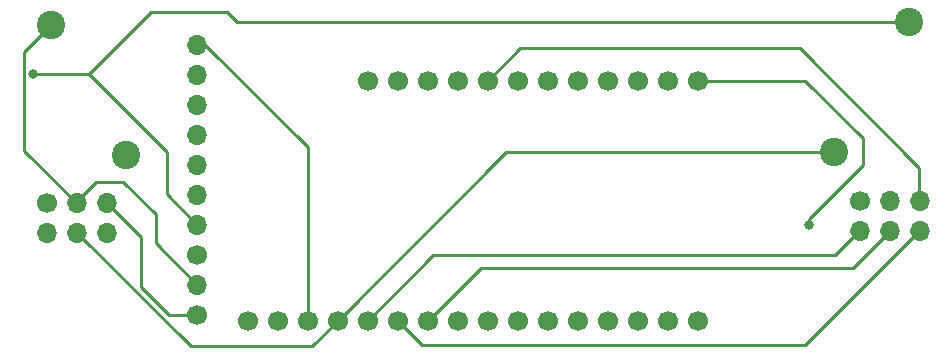
<source format=gbr>
%TF.GenerationSoftware,KiCad,Pcbnew,(7.0.0)*%
%TF.CreationDate,2023-03-18T03:14:20-07:00*%
%TF.ProjectId,Voltage_Sensor_Timer,566f6c74-6167-4655-9f53-656e736f725f,0*%
%TF.SameCoordinates,Original*%
%TF.FileFunction,Copper,L1,Top*%
%TF.FilePolarity,Positive*%
%FSLAX46Y46*%
G04 Gerber Fmt 4.6, Leading zero omitted, Abs format (unit mm)*
G04 Created by KiCad (PCBNEW (7.0.0)) date 2023-03-18 03:14:20*
%MOMM*%
%LPD*%
G01*
G04 APERTURE LIST*
G04 Aperture macros list*
%AMHorizOval*
0 Thick line with rounded ends*
0 $1 width*
0 $2 $3 position (X,Y) of the first rounded end (center of the circle)*
0 $4 $5 position (X,Y) of the second rounded end (center of the circle)*
0 Add line between two ends*
20,1,$1,$2,$3,$4,$5,0*
0 Add two circle primitives to create the rounded ends*
1,1,$1,$2,$3*
1,1,$1,$4,$5*%
G04 Aperture macros list end*
%TA.AperFunction,ComponentPad*%
%ADD10C,1.700000*%
%TD*%
%TA.AperFunction,ComponentPad*%
%ADD11C,2.400000*%
%TD*%
%TA.AperFunction,ComponentPad*%
%ADD12HorizOval,2.400000X0.000000X0.000000X0.000000X0.000000X0*%
%TD*%
%TA.AperFunction,ComponentPad*%
%ADD13O,1.700000X1.700000*%
%TD*%
%TA.AperFunction,ComponentPad*%
%ADD14HorizOval,2.400000X0.000000X0.000000X0.000000X0.000000X0*%
%TD*%
%TA.AperFunction,ViaPad*%
%ADD15C,0.800000*%
%TD*%
%TA.AperFunction,Conductor*%
%ADD16C,0.250000*%
%TD*%
G04 APERTURE END LIST*
D10*
%TO.P,ESP1,0,RESET*%
%TO.N,RESET*%
X132599192Y-106144732D03*
%TO.P,ESP1,1,3.3V*%
%TO.N,unconnected-(ESP1-3.3V-Pad1)*%
X135139192Y-106144732D03*
%TO.P,ESP1,2,3.3V*%
%TO.N,3.3V*%
X137679192Y-106144732D03*
%TO.P,ESP1,3,GND*%
%TO.N,GND*%
X140219192Y-106144732D03*
%TO.P,ESP1,4,A0*%
%TO.N,A0*%
X142759192Y-106144732D03*
%TO.P,ESP1,5,A1*%
%TO.N,A1*%
X145299192Y-106144732D03*
%TO.P,ESP1,6,A2*%
%TO.N,A2*%
X147839192Y-106144732D03*
%TO.P,ESP1,7,A3*%
%TO.N,A3*%
X150379192Y-106144732D03*
%TO.P,ESP1,8,A4*%
%TO.N,A4*%
X152919192Y-106144732D03*
%TO.P,ESP1,9,A5*%
%TO.N,A5*%
X155459192Y-106144732D03*
%TO.P,ESP1,10,SCK*%
%TO.N,SCK*%
X157999192Y-106144732D03*
%TO.P,ESP1,11,MOSI*%
%TO.N,MOSI*%
X160539192Y-106144732D03*
%TO.P,ESP1,12,MISO*%
%TO.N,MISO*%
X163079192Y-106144732D03*
%TO.P,ESP1,13,RX*%
%TO.N,RX*%
X165619192Y-106144732D03*
%TO.P,ESP1,14,TX*%
%TO.N,TX*%
X168159192Y-106144732D03*
%TO.P,ESP1,15,TXD0*%
%TO.N,TXDO*%
X170699192Y-106144732D03*
%TO.P,ESP1,16,VBAT*%
%TO.N,VBAT*%
X170699192Y-85824732D03*
%TO.P,ESP1,17,EN*%
%TO.N,unconnected-(ESP1-EN-Pad17)*%
X168159192Y-85824732D03*
%TO.P,ESP1,18,VBUS*%
%TO.N,unconnected-(ESP1-VBUS-Pad18)*%
X165619192Y-85824732D03*
%TO.P,ESP1,19,D13*%
%TO.N,unconnected-(ESP1-D13-Pad19)*%
X163079192Y-85824732D03*
%TO.P,ESP1,20,D12*%
%TO.N,unconnected-(ESP1-D12-Pad20)*%
X160539192Y-85824732D03*
%TO.P,ESP1,21,D11*%
%TO.N,unconnected-(ESP1-D11-Pad21)*%
X157999192Y-85824732D03*
%TO.P,ESP1,22,D10*%
%TO.N,D10*%
X155459192Y-85824732D03*
%TO.P,ESP1,23,D9*%
%TO.N,D9*%
X152919192Y-85824732D03*
%TO.P,ESP1,24,D6*%
%TO.N,D6*%
X150379192Y-85824732D03*
%TO.P,ESP1,25,D5*%
%TO.N,D5*%
X147839192Y-85824732D03*
%TO.P,ESP1,26,SCL*%
%TO.N,SCL*%
X145299192Y-85824732D03*
%TO.P,ESP1,27,SDA*%
%TO.N,SDA*%
X142759192Y-85824732D03*
%TD*%
D11*
%TO.P,R2,1*%
%TO.N,AN0*%
X188595000Y-80860739D03*
D12*
%TO.P,R2,2*%
%TO.N,GND*%
X182244999Y-91859261D03*
%TD*%
D10*
%TO.P,J2,1,Pin_1*%
%TO.N,AN3*%
X128342521Y-105641979D03*
D13*
%TO.P,J2,2,Pin_2*%
%TO.N,AN2*%
X128342520Y-103101978D03*
D10*
%TO.P,J2,3,Pin_3*%
%TO.N,AN1*%
X128342521Y-100561979D03*
D13*
%TO.P,J2,4,Pin_4*%
%TO.N,AN0*%
X128342520Y-98021978D03*
%TO.P,J2,5,Pin_5*%
%TO.N,ALRT*%
X128342520Y-95481978D03*
%TO.P,J2,6,Pin_6*%
%TO.N,ADDR*%
X128342520Y-92941978D03*
%TO.P,J2,7,Pin_7*%
%TO.N,SDA*%
X128342520Y-90401978D03*
%TO.P,J2,8,Pin_8*%
%TO.N,SCL*%
X128342520Y-87861978D03*
%TO.P,J2,9,Pin_9*%
%TO.N,GND*%
X128342520Y-85321978D03*
%TO.P,J2,10,Pin_10*%
%TO.N,3.3V*%
X128342520Y-82781978D03*
%TD*%
D10*
%TO.P,J1,1,Pin_1*%
%TO.N,AN1*%
X115585000Y-96204000D03*
D13*
%TO.P,J1,2,Pin_2*%
%TO.N,AN0*%
X115584999Y-98743999D03*
%TO.P,J1,3,Pin_3*%
%TO.N,AN2*%
X118124999Y-96203999D03*
%TO.P,J1,4,Pin_4*%
%TO.N,GND*%
X118124999Y-98743999D03*
%TO.P,J1,5,Pin_5*%
%TO.N,AN3*%
X120664999Y-96203999D03*
%TO.P,J1,6,Pin_6*%
%TO.N,VBAT*%
X120664999Y-98743999D03*
%TD*%
D10*
%TO.P,J4,1,Pin_1*%
%TO.N,D5*%
X184404000Y-96012000D03*
D13*
%TO.P,J4,2,Pin_2*%
%TO.N,A0*%
X184403999Y-98551999D03*
%TO.P,J4,3,Pin_3*%
%TO.N,D6*%
X186943999Y-96011999D03*
%TO.P,J4,4,Pin_4*%
%TO.N,A2*%
X186943999Y-98551999D03*
%TO.P,J4,5,Pin_5*%
%TO.N,D9*%
X189483999Y-96011999D03*
%TO.P,J4,6,Pin_6*%
%TO.N,A1*%
X189483999Y-98551999D03*
%TD*%
D11*
%TO.P,R3,1*%
%TO.N,AN2*%
X115951000Y-81114739D03*
D14*
%TO.P,R3,2*%
%TO.N,GND*%
X122300999Y-92113261D03*
%TD*%
D15*
%TO.N,AN0*%
X114398104Y-85257568D03*
%TO.N,VBAT*%
X180086000Y-98044000D03*
%TD*%
D16*
%TO.N,GND*%
X138085000Y-108278924D02*
X127766151Y-108278924D01*
X182245000Y-91859262D02*
X154504662Y-91859262D01*
X140219192Y-106144732D02*
X138085000Y-108278924D01*
X154504662Y-91859262D02*
X140219192Y-106144732D01*
X127766151Y-108278924D02*
X118085256Y-98598029D01*
%TO.N,AN3*%
X123579629Y-99012402D02*
X123579629Y-103256365D01*
X123579629Y-103256365D02*
X125965243Y-105641979D01*
X125965243Y-105641979D02*
X128342521Y-105641979D01*
X120625256Y-96058029D02*
X123579629Y-99012402D01*
%TO.N,AN2*%
X113673104Y-91752104D02*
X113673104Y-83392635D01*
X118125000Y-96204000D02*
X113673104Y-91752104D01*
X128342521Y-103101979D02*
X124835036Y-99594494D01*
X119786365Y-94356920D02*
X118085256Y-96058029D01*
X122073139Y-94356920D02*
X119786365Y-94356920D01*
X124835036Y-99594494D02*
X124835036Y-97118817D01*
X124835036Y-97118817D02*
X122073139Y-94356920D01*
X113673104Y-83392635D02*
X115951000Y-81114739D01*
%TO.N,AN0*%
X125730000Y-91840613D02*
X125730000Y-95409458D01*
X124394523Y-80010000D02*
X130810000Y-80010000D01*
X125730000Y-95409458D02*
X128342521Y-98021979D01*
X131660739Y-80860739D02*
X188595000Y-80860739D01*
X119146955Y-85257568D02*
X124394523Y-80010000D01*
X130810000Y-80010000D02*
X131660739Y-80860739D01*
X114398104Y-85257568D02*
X119146955Y-85257568D01*
X119146955Y-85257568D02*
X125730000Y-91840613D01*
%TO.N,A0*%
X182357000Y-100584000D02*
X148319924Y-100584000D01*
X184389000Y-98552000D02*
X182357000Y-100584000D01*
X148319924Y-100584000D02*
X142759192Y-106144732D01*
%TO.N,A1*%
X189469000Y-98552000D02*
X179817000Y-108204000D01*
X179817000Y-108204000D02*
X147358460Y-108204000D01*
X147358460Y-108204000D02*
X145299192Y-106144732D01*
%TO.N,A2*%
X183825957Y-101670043D02*
X186944000Y-98552000D01*
X152313881Y-101670043D02*
X183825957Y-101670043D01*
X147839192Y-106144732D02*
X152313881Y-101670043D01*
%TO.N,3.3V*%
X128342521Y-82781979D02*
X129009979Y-82781979D01*
X129009979Y-82781979D02*
X137679192Y-91451192D01*
X137679192Y-91451192D02*
X137679192Y-106144732D01*
%TO.N,D9*%
X179324000Y-83058000D02*
X155685924Y-83058000D01*
X189469000Y-93203000D02*
X179324000Y-83058000D01*
X155685924Y-83058000D02*
X152919192Y-85824732D01*
X189469000Y-96012000D02*
X189469000Y-93203000D01*
%TO.N,VBAT*%
X184658000Y-90678000D02*
X184658000Y-92964000D01*
X184658000Y-92964000D02*
X180086000Y-97536000D01*
X180086000Y-97536000D02*
X180086000Y-98044000D01*
X179804732Y-85824732D02*
X184658000Y-90678000D01*
X170699192Y-85824732D02*
X179804732Y-85824732D01*
%TD*%
M02*

</source>
